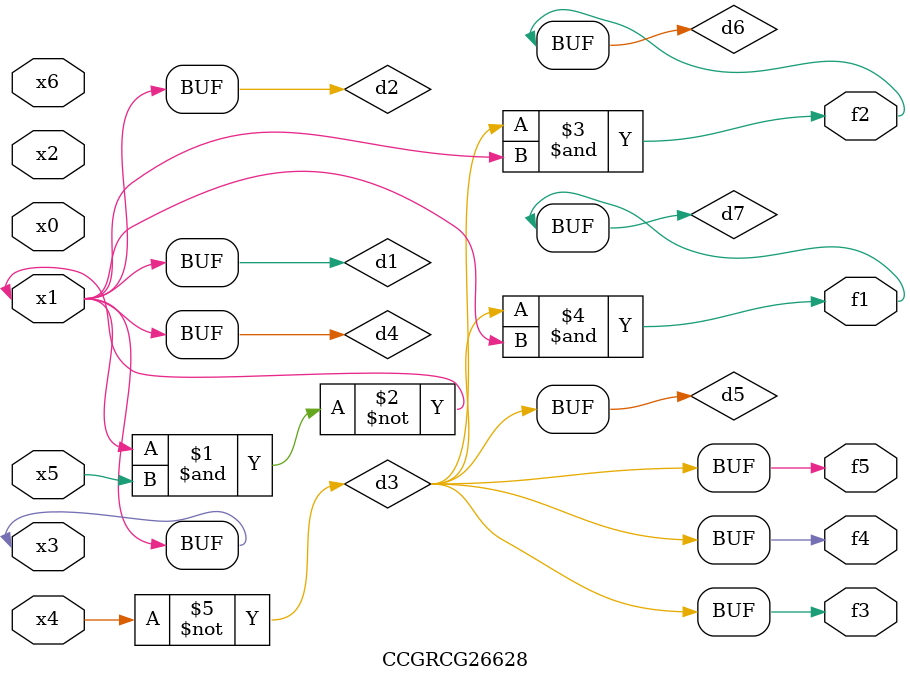
<source format=v>
module CCGRCG26628(
	input x0, x1, x2, x3, x4, x5, x6,
	output f1, f2, f3, f4, f5
);

	wire d1, d2, d3, d4, d5, d6, d7;

	buf (d1, x1, x3);
	nand (d2, x1, x5);
	not (d3, x4);
	buf (d4, d1, d2);
	buf (d5, d3);
	and (d6, d3, d4);
	and (d7, d3, d4);
	assign f1 = d7;
	assign f2 = d6;
	assign f3 = d5;
	assign f4 = d5;
	assign f5 = d5;
endmodule

</source>
